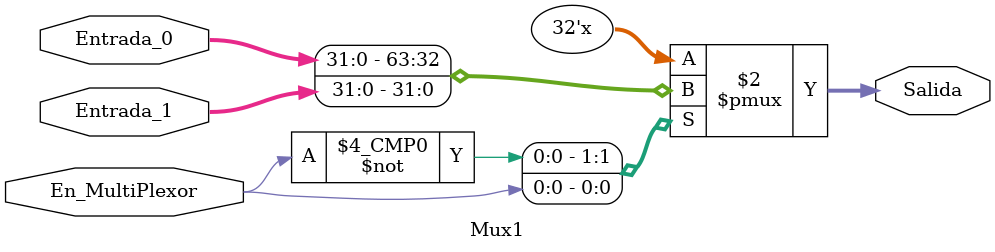
<source format=v>
module Mux1(
//Entradas
input [31:0] Entrada_0,Entrada_1,
input En_MultiPlexor,
//Salida
output reg[31:0] Salida

);

always @(*)
	begin
		case (En_MultiPlexor)
			// Entra Memoria de Datos
			0:Salida=Entrada_0;	
			
			//	Entra Resultado de ALU
			1:Salida=Entrada_1;
		
		endcase
	end 
	
endmodule 
</source>
